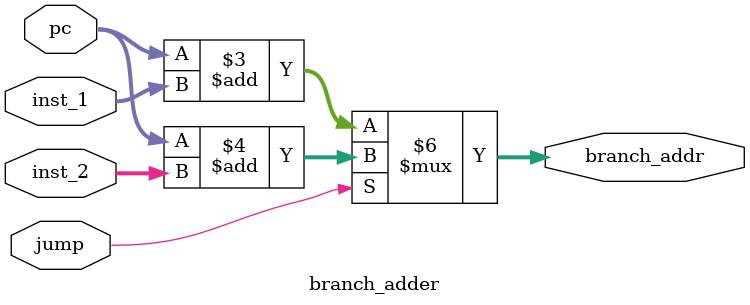
<source format=v>
module branch_adder(inst_1, inst_2, pc, jump, branch_addr);

//Parameters
parameter INST_1_WIDTH = 8;
parameter INST_2_WIDTH = 12;
parameter INST_ADDR_WIDTH = 16;

// I/O ports
input jump;
input [INST_1_WIDTH - 1:0] inst_1;
input [INST_2_WIDTH - 1:0] inst_2;
input [INST_ADDR_WIDTH - 1:0] pc;

//Output defined as register
output reg [INST_ADDR_WIDTH-1:0] branch_addr;

always @(*)
begin
   if (!jump)
      branch_addr = pc + inst_1;
   else
      branch_addr = pc + inst_2;
end

endmodule

</source>
